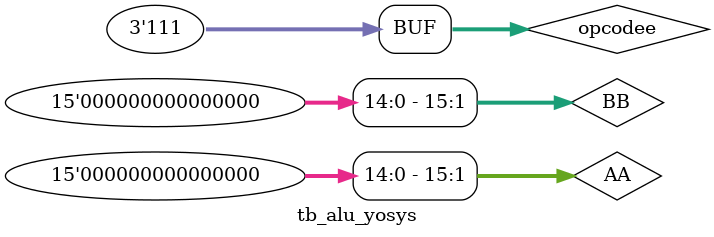
<source format=v>
`timescale 1ns / 1ns;
module tb_alu_yosys();
//Inputs
	reg signed[15:0] AA,BB;
 	reg[2:0] opcodee;
 	reg carryy;

//Outputs
 	wire signed[15:0] ww , wwYO;
 	wire zerr , zerrYO;
 	wire negg , neggYO;
 // Verilog code for ALU
 	ALU my_alu(AA , BB , opcodee , carryy , ww , negg , zerr);
	ALU_YOSYS_FINALL my_alu_yo(AA , BB , opcodee , carryy , wwYO , neggYO , zerrYO);
    	initial begin
 	repeat (3) begin
      	AA = $random;
      	BB = $random;
      	carryy = $random;

	opcodee = 3'b0;
      	#1000;
	opcodee = 3'd1;
	#1000;
	opcodee = 3'd2;
	#1000;
	opcodee = 3'd3;
	#1000;
	opcodee = 3'd4;
	#1000;
	opcodee = 3'd5;
	#1000;
	opcodee = 3'd6;
	#1000;
	opcodee = 3'd7;
	#1000;
	end
    	end
endmodule

</source>
